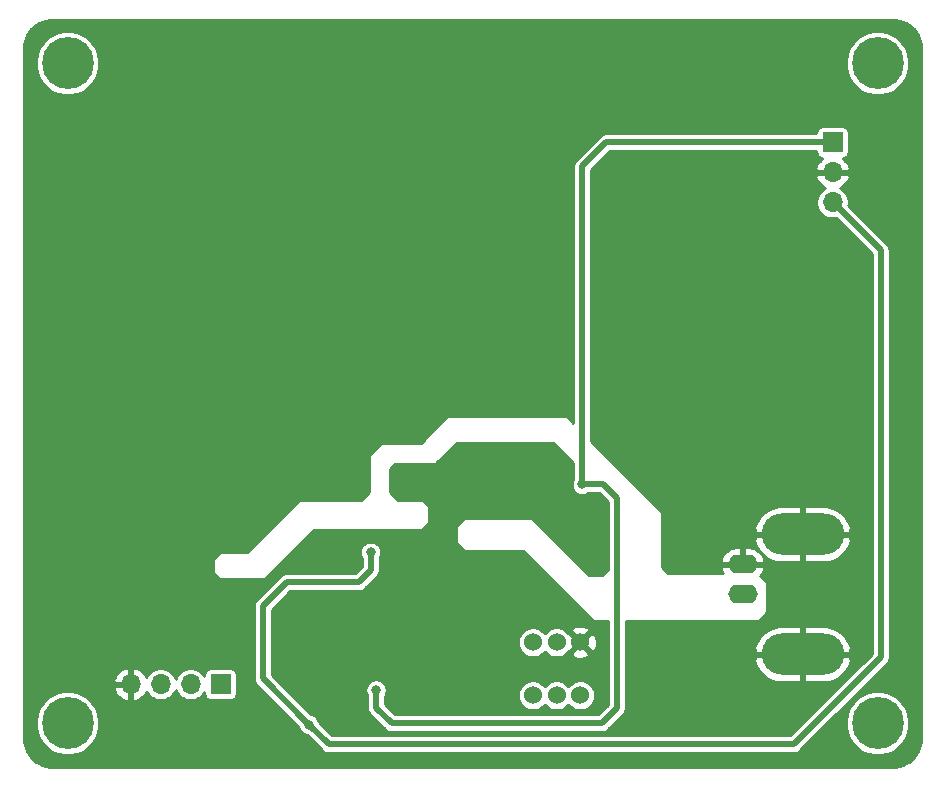
<source format=gbr>
%TF.GenerationSoftware,KiCad,Pcbnew,5.1.9*%
%TF.CreationDate,2021-03-27T23:39:32+08:00*%
%TF.ProjectId,ad-9833,61642d39-3833-4332-9e6b-696361645f70,rev?*%
%TF.SameCoordinates,Original*%
%TF.FileFunction,Copper,L2,Bot*%
%TF.FilePolarity,Positive*%
%FSLAX46Y46*%
G04 Gerber Fmt 4.6, Leading zero omitted, Abs format (unit mm)*
G04 Created by KiCad (PCBNEW 5.1.9) date 2021-03-27 23:39:32*
%MOMM*%
%LPD*%
G01*
G04 APERTURE LIST*
%TA.AperFunction,ComponentPad*%
%ADD10C,1.524000*%
%TD*%
%TA.AperFunction,ComponentPad*%
%ADD11C,0.700000*%
%TD*%
%TA.AperFunction,ComponentPad*%
%ADD12C,4.400000*%
%TD*%
%TA.AperFunction,ComponentPad*%
%ADD13O,1.700000X1.700000*%
%TD*%
%TA.AperFunction,ComponentPad*%
%ADD14R,1.700000X1.700000*%
%TD*%
%TA.AperFunction,ComponentPad*%
%ADD15O,2.500000X1.600000*%
%TD*%
%TA.AperFunction,ComponentPad*%
%ADD16O,7.000000X3.500000*%
%TD*%
%TA.AperFunction,ViaPad*%
%ADD17C,0.800000*%
%TD*%
%TA.AperFunction,Conductor*%
%ADD18C,0.508000*%
%TD*%
%TA.AperFunction,Conductor*%
%ADD19C,0.254000*%
%TD*%
%TA.AperFunction,Conductor*%
%ADD20C,0.100000*%
%TD*%
G04 APERTURE END LIST*
D10*
%TO.P,SW1,6*%
%TO.N,N/C*%
X123412000Y-108132000D03*
%TO.P,SW1,5*%
X121412000Y-108132000D03*
%TO.P,SW1,4*%
X119412000Y-108132000D03*
%TO.P,SW1,3*%
%TO.N,GND*%
X123412000Y-103632000D03*
%TO.P,SW1,2*%
%TO.N,Net-(R2-Pad2)*%
X121412000Y-103632000D03*
%TO.P,SW1,1*%
%TO.N,Net-(RV1-Pad2)*%
X119412000Y-103632000D03*
%TD*%
D11*
%TO.P,H4,1*%
%TO.N,N/C*%
X149756726Y-109323274D03*
X148590000Y-108840000D03*
X147423274Y-109323274D03*
X146940000Y-110490000D03*
X147423274Y-111656726D03*
X148590000Y-112140000D03*
X149756726Y-111656726D03*
X150240000Y-110490000D03*
D12*
X148590000Y-110490000D03*
%TD*%
D11*
%TO.P,H3,1*%
%TO.N,N/C*%
X81176726Y-109323274D03*
X80010000Y-108840000D03*
X78843274Y-109323274D03*
X78360000Y-110490000D03*
X78843274Y-111656726D03*
X80010000Y-112140000D03*
X81176726Y-111656726D03*
X81660000Y-110490000D03*
D12*
X80010000Y-110490000D03*
%TD*%
D11*
%TO.P,H2,1*%
%TO.N,N/C*%
X149756726Y-53443274D03*
X148590000Y-52960000D03*
X147423274Y-53443274D03*
X146940000Y-54610000D03*
X147423274Y-55776726D03*
X148590000Y-56260000D03*
X149756726Y-55776726D03*
X150240000Y-54610000D03*
D12*
X148590000Y-54610000D03*
%TD*%
D11*
%TO.P,H1,1*%
%TO.N,N/C*%
X81176726Y-53443274D03*
X80010000Y-52960000D03*
X78843274Y-53443274D03*
X78360000Y-54610000D03*
X78843274Y-55776726D03*
X80010000Y-56260000D03*
X81176726Y-55776726D03*
X81660000Y-54610000D03*
D12*
X80010000Y-54610000D03*
%TD*%
D13*
%TO.P,J2,4*%
%TO.N,GND*%
X85344000Y-107188000D03*
%TO.P,J2,3*%
%TO.N,/FSYNC*%
X87884000Y-107188000D03*
%TO.P,J2,2*%
%TO.N,/SDA*%
X90424000Y-107188000D03*
D14*
%TO.P,J2,1*%
%TO.N,/SCL*%
X92964000Y-107188000D03*
%TD*%
D15*
%TO.P,J3,2*%
%TO.N,GND*%
X137160000Y-97028000D03*
%TO.P,J3,1*%
%TO.N,Net-(J3-Pad1)*%
X137160000Y-99568000D03*
D16*
%TO.P,J3,2*%
%TO.N,GND*%
X142240000Y-104648000D03*
X142240000Y-94488000D03*
%TD*%
D13*
%TO.P,J1,3*%
%TO.N,-15V*%
X144780000Y-66388000D03*
%TO.P,J1,2*%
%TO.N,GND*%
X144780000Y-63848000D03*
D14*
%TO.P,J1,1*%
%TO.N,+15V*%
X144780000Y-61308000D03*
%TD*%
D17*
%TO.N,GND*%
X80010000Y-66802000D03*
X80010000Y-71882000D03*
X85090000Y-71882000D03*
X80010000Y-76962000D03*
X85090000Y-76962000D03*
X80010000Y-82042000D03*
X85090000Y-82042000D03*
X80010000Y-87122000D03*
X85090000Y-87122000D03*
X95504000Y-85598000D03*
X100584000Y-85598000D03*
X100584000Y-80518000D03*
X85090000Y-66802000D03*
X90170000Y-66802000D03*
X95250000Y-66802000D03*
X100330000Y-66802000D03*
X100584000Y-75438000D03*
X128778000Y-103632000D03*
X133858000Y-103632000D03*
X128778000Y-107696000D03*
X133858000Y-107696000D03*
X109728000Y-107696000D03*
X114808000Y-107696000D03*
X80010000Y-61722000D03*
X85090000Y-61722000D03*
X90170000Y-56642000D03*
X95250000Y-56642000D03*
X100330000Y-56642000D03*
X85090000Y-56642000D03*
X88392000Y-102108000D03*
X93472000Y-102108000D03*
X113030000Y-88646000D03*
X118110000Y-88646000D03*
X118110000Y-98552000D03*
X113030000Y-98552000D03*
X123952000Y-93980000D03*
X105664000Y-100076000D03*
X88392000Y-94488000D03*
X93472000Y-94488000D03*
X113284000Y-64262000D03*
X113284000Y-74422000D03*
X113284000Y-59182000D03*
X113284000Y-69342000D03*
X116586000Y-77724000D03*
X121666000Y-77724000D03*
X95504000Y-75438000D03*
X100584000Y-90678000D03*
X137922000Y-75184000D03*
X137922000Y-65024000D03*
X137922000Y-80264000D03*
X137922000Y-70104000D03*
X141732000Y-75184000D03*
X141732000Y-70104000D03*
X141732000Y-80264000D03*
X141732000Y-65024000D03*
X126746000Y-77724000D03*
X130048000Y-81026000D03*
X127254000Y-57404000D03*
X131826000Y-57404000D03*
%TO.N,+15V*%
X106140000Y-107664000D03*
X123597500Y-90270500D03*
%TO.N,-15V*%
X105664000Y-96012000D03*
X100450000Y-110610000D03*
%TD*%
D18*
%TO.N,+15V*%
X123597500Y-90270500D02*
X123597500Y-63346500D01*
X125636000Y-61308000D02*
X144780000Y-61308000D01*
X123597500Y-63346500D02*
X125636000Y-61308000D01*
X125322500Y-90270500D02*
X123597500Y-90270500D01*
X126492000Y-91440000D02*
X125322500Y-90270500D01*
X126492000Y-109220000D02*
X126492000Y-103632000D01*
X125222000Y-110490000D02*
X126492000Y-109220000D01*
X107442000Y-110490000D02*
X125222000Y-110490000D01*
X106140000Y-109188000D02*
X107442000Y-110490000D01*
X106140000Y-107664000D02*
X106140000Y-109188000D01*
X126492000Y-103632000D02*
X126492000Y-91440000D01*
%TO.N,-15V*%
X96520000Y-106680000D02*
X100450000Y-110610000D01*
X96520000Y-100584000D02*
X96520000Y-106680000D01*
X104648000Y-98552000D02*
X98552000Y-98552000D01*
X98552000Y-98552000D02*
X96520000Y-100584000D01*
X105664000Y-97536000D02*
X104648000Y-98552000D01*
X105664000Y-96012000D02*
X105664000Y-97536000D01*
X100450000Y-110610000D02*
X102108000Y-112268000D01*
X102108000Y-112268000D02*
X141478000Y-112268000D01*
X141478000Y-112268000D02*
X148844000Y-104902000D01*
X148844000Y-70452000D02*
X144780000Y-66388000D01*
X148844000Y-104902000D02*
X148844000Y-70452000D01*
%TD*%
D19*
%TO.N,GND*%
X150150821Y-50944823D02*
X150437412Y-50997343D01*
X150715586Y-51084026D01*
X150981267Y-51203599D01*
X151230610Y-51354332D01*
X151459955Y-51534012D01*
X151665988Y-51740045D01*
X151845668Y-51969390D01*
X151996401Y-52218733D01*
X152115974Y-52484414D01*
X152202657Y-52762588D01*
X152255177Y-53049179D01*
X152273000Y-53343832D01*
X152273000Y-111756168D01*
X152255177Y-112050821D01*
X152202657Y-112337412D01*
X152115974Y-112615586D01*
X151996401Y-112881267D01*
X151845668Y-113130610D01*
X151665988Y-113359955D01*
X151459955Y-113565988D01*
X151230610Y-113745668D01*
X150981267Y-113896401D01*
X150715586Y-114015974D01*
X150437412Y-114102657D01*
X150150821Y-114155177D01*
X149856168Y-114173000D01*
X78743832Y-114173000D01*
X78449179Y-114155177D01*
X78162588Y-114102657D01*
X77884414Y-114015974D01*
X77618733Y-113896401D01*
X77369390Y-113745668D01*
X77140045Y-113565988D01*
X76934012Y-113359955D01*
X76754332Y-113130610D01*
X76603599Y-112881267D01*
X76484026Y-112615586D01*
X76397343Y-112337412D01*
X76344823Y-112050821D01*
X76327000Y-111756168D01*
X76327000Y-110223285D01*
X77302000Y-110223285D01*
X77302000Y-110756715D01*
X77406067Y-111279895D01*
X77610201Y-111772719D01*
X77906559Y-112216249D01*
X78283751Y-112593441D01*
X78727281Y-112889799D01*
X79220105Y-113093933D01*
X79743285Y-113198000D01*
X80276715Y-113198000D01*
X80799895Y-113093933D01*
X81292719Y-112889799D01*
X81736249Y-112593441D01*
X82113441Y-112216249D01*
X82409799Y-111772719D01*
X82613933Y-111279895D01*
X82718000Y-110756715D01*
X82718000Y-110223285D01*
X82613933Y-109700105D01*
X82409799Y-109207281D01*
X82113441Y-108763751D01*
X81736249Y-108386559D01*
X81292719Y-108090201D01*
X80799895Y-107886067D01*
X80276715Y-107782000D01*
X79743285Y-107782000D01*
X79220105Y-107886067D01*
X78727281Y-108090201D01*
X78283751Y-108386559D01*
X77906559Y-108763751D01*
X77610201Y-109207281D01*
X77406067Y-109700105D01*
X77302000Y-110223285D01*
X76327000Y-110223285D01*
X76327000Y-107544891D01*
X83902519Y-107544891D01*
X83999843Y-107819252D01*
X84148822Y-108069355D01*
X84343731Y-108285588D01*
X84577080Y-108459641D01*
X84839901Y-108584825D01*
X84987110Y-108629476D01*
X85217000Y-108508155D01*
X85217000Y-107315000D01*
X84023186Y-107315000D01*
X83902519Y-107544891D01*
X76327000Y-107544891D01*
X76327000Y-106831109D01*
X83902519Y-106831109D01*
X84023186Y-107061000D01*
X85217000Y-107061000D01*
X85217000Y-105867845D01*
X85471000Y-105867845D01*
X85471000Y-107061000D01*
X85491000Y-107061000D01*
X85491000Y-107315000D01*
X85471000Y-107315000D01*
X85471000Y-108508155D01*
X85700890Y-108629476D01*
X85848099Y-108584825D01*
X86110920Y-108459641D01*
X86344269Y-108285588D01*
X86539178Y-108069355D01*
X86680795Y-107831611D01*
X86829172Y-108053675D01*
X87018325Y-108242828D01*
X87240746Y-108391444D01*
X87487886Y-108493813D01*
X87750249Y-108546000D01*
X88017751Y-108546000D01*
X88280114Y-108493813D01*
X88527254Y-108391444D01*
X88749675Y-108242828D01*
X88938828Y-108053675D01*
X89087444Y-107831254D01*
X89154000Y-107670574D01*
X89220556Y-107831254D01*
X89369172Y-108053675D01*
X89558325Y-108242828D01*
X89780746Y-108391444D01*
X90027886Y-108493813D01*
X90290249Y-108546000D01*
X90557751Y-108546000D01*
X90820114Y-108493813D01*
X91067254Y-108391444D01*
X91289675Y-108242828D01*
X91478828Y-108053675D01*
X91603543Y-107867025D01*
X91603543Y-108038000D01*
X91613351Y-108137585D01*
X91642399Y-108233343D01*
X91689571Y-108321595D01*
X91753052Y-108398948D01*
X91830405Y-108462429D01*
X91918657Y-108509601D01*
X92014415Y-108538649D01*
X92114000Y-108548457D01*
X93814000Y-108548457D01*
X93913585Y-108538649D01*
X94009343Y-108509601D01*
X94097595Y-108462429D01*
X94174948Y-108398948D01*
X94238429Y-108321595D01*
X94285601Y-108233343D01*
X94314649Y-108137585D01*
X94324457Y-108038000D01*
X94324457Y-106338000D01*
X94314649Y-106238415D01*
X94285601Y-106142657D01*
X94238429Y-106054405D01*
X94174948Y-105977052D01*
X94097595Y-105913571D01*
X94009343Y-105866399D01*
X93913585Y-105837351D01*
X93814000Y-105827543D01*
X92114000Y-105827543D01*
X92014415Y-105837351D01*
X91918657Y-105866399D01*
X91830405Y-105913571D01*
X91753052Y-105977052D01*
X91689571Y-106054405D01*
X91642399Y-106142657D01*
X91613351Y-106238415D01*
X91603543Y-106338000D01*
X91603543Y-106508975D01*
X91478828Y-106322325D01*
X91289675Y-106133172D01*
X91067254Y-105984556D01*
X90820114Y-105882187D01*
X90557751Y-105830000D01*
X90290249Y-105830000D01*
X90027886Y-105882187D01*
X89780746Y-105984556D01*
X89558325Y-106133172D01*
X89369172Y-106322325D01*
X89220556Y-106544746D01*
X89154000Y-106705426D01*
X89087444Y-106544746D01*
X88938828Y-106322325D01*
X88749675Y-106133172D01*
X88527254Y-105984556D01*
X88280114Y-105882187D01*
X88017751Y-105830000D01*
X87750249Y-105830000D01*
X87487886Y-105882187D01*
X87240746Y-105984556D01*
X87018325Y-106133172D01*
X86829172Y-106322325D01*
X86680795Y-106544389D01*
X86539178Y-106306645D01*
X86344269Y-106090412D01*
X86110920Y-105916359D01*
X85848099Y-105791175D01*
X85700890Y-105746524D01*
X85471000Y-105867845D01*
X85217000Y-105867845D01*
X84987110Y-105746524D01*
X84839901Y-105791175D01*
X84577080Y-105916359D01*
X84343731Y-106090412D01*
X84148822Y-106306645D01*
X83999843Y-106556748D01*
X83902519Y-106831109D01*
X76327000Y-106831109D01*
X76327000Y-100584000D01*
X95754314Y-100584000D01*
X95758000Y-100621423D01*
X95758001Y-106642567D01*
X95754314Y-106680000D01*
X95769027Y-106829378D01*
X95812599Y-106973015D01*
X95883355Y-107105392D01*
X95954721Y-107192351D01*
X95978579Y-107221422D01*
X96007649Y-107245279D01*
X99561914Y-110799545D01*
X99576894Y-110874854D01*
X99645341Y-111040099D01*
X99744711Y-111188816D01*
X99871184Y-111315289D01*
X100019901Y-111414659D01*
X100185146Y-111483106D01*
X100260456Y-111498086D01*
X101542721Y-112780352D01*
X101566578Y-112809422D01*
X101682608Y-112904645D01*
X101814985Y-112975402D01*
X101958622Y-113018974D01*
X102070574Y-113030000D01*
X102070576Y-113030000D01*
X102107999Y-113033686D01*
X102145422Y-113030000D01*
X141440577Y-113030000D01*
X141478000Y-113033686D01*
X141515423Y-113030000D01*
X141515426Y-113030000D01*
X141627378Y-113018974D01*
X141771015Y-112975402D01*
X141903392Y-112904645D01*
X142019422Y-112809422D01*
X142043284Y-112780346D01*
X144600345Y-110223285D01*
X145882000Y-110223285D01*
X145882000Y-110756715D01*
X145986067Y-111279895D01*
X146190201Y-111772719D01*
X146486559Y-112216249D01*
X146863751Y-112593441D01*
X147307281Y-112889799D01*
X147800105Y-113093933D01*
X148323285Y-113198000D01*
X148856715Y-113198000D01*
X149379895Y-113093933D01*
X149872719Y-112889799D01*
X150316249Y-112593441D01*
X150693441Y-112216249D01*
X150989799Y-111772719D01*
X151193933Y-111279895D01*
X151298000Y-110756715D01*
X151298000Y-110223285D01*
X151193933Y-109700105D01*
X150989799Y-109207281D01*
X150693441Y-108763751D01*
X150316249Y-108386559D01*
X149872719Y-108090201D01*
X149379895Y-107886067D01*
X148856715Y-107782000D01*
X148323285Y-107782000D01*
X147800105Y-107886067D01*
X147307281Y-108090201D01*
X146863751Y-108386559D01*
X146486559Y-108763751D01*
X146190201Y-109207281D01*
X145986067Y-109700105D01*
X145882000Y-110223285D01*
X144600345Y-110223285D01*
X149356353Y-105467278D01*
X149385422Y-105443422D01*
X149480645Y-105327392D01*
X149551402Y-105195015D01*
X149594974Y-105051378D01*
X149606000Y-104939426D01*
X149606000Y-104939424D01*
X149609686Y-104902001D01*
X149606000Y-104864578D01*
X149606000Y-70489423D01*
X149609686Y-70452000D01*
X149606000Y-70414574D01*
X149594974Y-70302622D01*
X149551402Y-70158985D01*
X149518465Y-70097364D01*
X149480645Y-70026607D01*
X149409279Y-69939648D01*
X149385422Y-69910578D01*
X149356352Y-69886721D01*
X146113674Y-66644044D01*
X146138000Y-66521751D01*
X146138000Y-66254249D01*
X146085813Y-65991886D01*
X145983444Y-65744746D01*
X145834828Y-65522325D01*
X145645675Y-65333172D01*
X145423611Y-65184795D01*
X145661355Y-65043178D01*
X145877588Y-64848269D01*
X146051641Y-64614920D01*
X146176825Y-64352099D01*
X146221476Y-64204890D01*
X146100155Y-63975000D01*
X144907000Y-63975000D01*
X144907000Y-63995000D01*
X144653000Y-63995000D01*
X144653000Y-63975000D01*
X143459845Y-63975000D01*
X143338524Y-64204890D01*
X143383175Y-64352099D01*
X143508359Y-64614920D01*
X143682412Y-64848269D01*
X143898645Y-65043178D01*
X144136389Y-65184795D01*
X143914325Y-65333172D01*
X143725172Y-65522325D01*
X143576556Y-65744746D01*
X143474187Y-65991886D01*
X143422000Y-66254249D01*
X143422000Y-66521751D01*
X143474187Y-66784114D01*
X143576556Y-67031254D01*
X143725172Y-67253675D01*
X143914325Y-67442828D01*
X144136746Y-67591444D01*
X144383886Y-67693813D01*
X144646249Y-67746000D01*
X144913751Y-67746000D01*
X145036044Y-67721674D01*
X148082001Y-70767632D01*
X148082000Y-104586369D01*
X141162370Y-111506000D01*
X102423631Y-111506000D01*
X101338086Y-110420456D01*
X101323106Y-110345146D01*
X101254659Y-110179901D01*
X101155289Y-110031184D01*
X101028816Y-109904711D01*
X100880099Y-109805341D01*
X100714854Y-109736894D01*
X100639545Y-109721914D01*
X97282000Y-106364370D01*
X97282000Y-103506916D01*
X118142000Y-103506916D01*
X118142000Y-103757084D01*
X118190805Y-104002445D01*
X118286541Y-104233571D01*
X118425527Y-104441578D01*
X118602422Y-104618473D01*
X118810429Y-104757459D01*
X119041555Y-104853195D01*
X119286916Y-104902000D01*
X119537084Y-104902000D01*
X119782445Y-104853195D01*
X120013571Y-104757459D01*
X120221578Y-104618473D01*
X120398473Y-104441578D01*
X120412000Y-104421333D01*
X120425527Y-104441578D01*
X120602422Y-104618473D01*
X120810429Y-104757459D01*
X121041555Y-104853195D01*
X121286916Y-104902000D01*
X121537084Y-104902000D01*
X121782445Y-104853195D01*
X122013571Y-104757459D01*
X122221578Y-104618473D01*
X122242486Y-104597565D01*
X122626040Y-104597565D01*
X122693020Y-104837656D01*
X122942048Y-104954756D01*
X123209135Y-105021023D01*
X123484017Y-105033910D01*
X123756133Y-104992922D01*
X124015023Y-104899636D01*
X124130980Y-104837656D01*
X124197960Y-104597565D01*
X123412000Y-103811605D01*
X122626040Y-104597565D01*
X122242486Y-104597565D01*
X122398473Y-104441578D01*
X122419310Y-104410393D01*
X122446435Y-104417960D01*
X123232395Y-103632000D01*
X123591605Y-103632000D01*
X124377565Y-104417960D01*
X124617656Y-104350980D01*
X124734756Y-104101952D01*
X124801023Y-103834865D01*
X124813910Y-103559983D01*
X124772922Y-103287867D01*
X124679636Y-103028977D01*
X124617656Y-102913020D01*
X124377565Y-102846040D01*
X123591605Y-103632000D01*
X123232395Y-103632000D01*
X122446435Y-102846040D01*
X122419310Y-102853607D01*
X122398473Y-102822422D01*
X122242486Y-102666435D01*
X122626040Y-102666435D01*
X123412000Y-103452395D01*
X124197960Y-102666435D01*
X124130980Y-102426344D01*
X123881952Y-102309244D01*
X123614865Y-102242977D01*
X123339983Y-102230090D01*
X123067867Y-102271078D01*
X122808977Y-102364364D01*
X122693020Y-102426344D01*
X122626040Y-102666435D01*
X122242486Y-102666435D01*
X122221578Y-102645527D01*
X122013571Y-102506541D01*
X121782445Y-102410805D01*
X121537084Y-102362000D01*
X121286916Y-102362000D01*
X121041555Y-102410805D01*
X120810429Y-102506541D01*
X120602422Y-102645527D01*
X120425527Y-102822422D01*
X120412000Y-102842667D01*
X120398473Y-102822422D01*
X120221578Y-102645527D01*
X120013571Y-102506541D01*
X119782445Y-102410805D01*
X119537084Y-102362000D01*
X119286916Y-102362000D01*
X119041555Y-102410805D01*
X118810429Y-102506541D01*
X118602422Y-102645527D01*
X118425527Y-102822422D01*
X118286541Y-103030429D01*
X118190805Y-103261555D01*
X118142000Y-103506916D01*
X97282000Y-103506916D01*
X97282000Y-100899630D01*
X98867631Y-99314000D01*
X104610577Y-99314000D01*
X104648000Y-99317686D01*
X104685423Y-99314000D01*
X104685426Y-99314000D01*
X104797378Y-99302974D01*
X104941015Y-99259402D01*
X105073392Y-99188645D01*
X105189422Y-99093422D01*
X105213284Y-99064346D01*
X106176351Y-98101279D01*
X106205422Y-98077422D01*
X106236421Y-98039649D01*
X106300645Y-97961393D01*
X106363072Y-97844599D01*
X106371402Y-97829015D01*
X106414974Y-97685378D01*
X106426000Y-97573426D01*
X106426000Y-97573423D01*
X106429686Y-97536000D01*
X106426000Y-97498577D01*
X106426000Y-96505942D01*
X106468659Y-96442099D01*
X106537106Y-96276854D01*
X106572000Y-96101430D01*
X106572000Y-95922570D01*
X106537106Y-95747146D01*
X106468659Y-95581901D01*
X106369289Y-95433184D01*
X106242816Y-95306711D01*
X106094099Y-95207341D01*
X105928854Y-95138894D01*
X105753430Y-95104000D01*
X105574570Y-95104000D01*
X105399146Y-95138894D01*
X105233901Y-95207341D01*
X105085184Y-95306711D01*
X104958711Y-95433184D01*
X104859341Y-95581901D01*
X104790894Y-95747146D01*
X104756000Y-95922570D01*
X104756000Y-96101430D01*
X104790894Y-96276854D01*
X104859341Y-96442099D01*
X104902000Y-96505943D01*
X104902001Y-97220368D01*
X104332370Y-97790000D01*
X98589423Y-97790000D01*
X98552000Y-97786314D01*
X98514577Y-97790000D01*
X98514574Y-97790000D01*
X98402622Y-97801026D01*
X98258985Y-97844598D01*
X98197364Y-97877535D01*
X98126607Y-97915355D01*
X98070510Y-97961393D01*
X98010578Y-98010578D01*
X97986721Y-98039648D01*
X96007654Y-100018716D01*
X95978578Y-100042578D01*
X95922983Y-100110322D01*
X95883355Y-100158608D01*
X95845535Y-100229365D01*
X95812598Y-100290986D01*
X95769026Y-100434623D01*
X95758000Y-100546574D01*
X95754314Y-100584000D01*
X76327000Y-100584000D01*
X76327000Y-96647000D01*
X92329000Y-96647000D01*
X92329000Y-97663000D01*
X92331440Y-97687776D01*
X92338667Y-97711601D01*
X92350403Y-97733557D01*
X92366197Y-97752803D01*
X92874197Y-98260803D01*
X92893443Y-98276597D01*
X92915399Y-98288333D01*
X92939224Y-98295560D01*
X92964000Y-98298000D01*
X96647000Y-98298000D01*
X96671776Y-98295560D01*
X96695601Y-98288333D01*
X96717557Y-98276597D01*
X96736803Y-98260803D01*
X100890606Y-94107000D01*
X109982000Y-94107000D01*
X110006776Y-94104560D01*
X110030601Y-94097333D01*
X110052557Y-94085597D01*
X110071803Y-94069803D01*
X110579803Y-93561803D01*
X110595597Y-93542557D01*
X110607333Y-93520601D01*
X110614560Y-93496776D01*
X110617000Y-93472000D01*
X110617000Y-92141703D01*
X110612752Y-92109133D01*
X110604040Y-92085811D01*
X110590944Y-92064637D01*
X110573970Y-92046424D01*
X110065970Y-91598721D01*
X110052557Y-91588403D01*
X110030601Y-91576667D01*
X110006776Y-91569440D01*
X109982000Y-91567000D01*
X108002606Y-91567000D01*
X107315000Y-90879394D01*
X107315000Y-88952606D01*
X107748606Y-88519000D01*
X111125000Y-88519000D01*
X111149776Y-88516560D01*
X111173601Y-88509333D01*
X111195557Y-88497597D01*
X111214803Y-88481803D01*
X112955606Y-86741000D01*
X121105394Y-86741000D01*
X122835500Y-88471106D01*
X122835500Y-89776558D01*
X122792841Y-89840401D01*
X122724394Y-90005646D01*
X122689500Y-90181070D01*
X122689500Y-90359930D01*
X122724394Y-90535354D01*
X122792841Y-90700599D01*
X122892211Y-90849316D01*
X123018684Y-90975789D01*
X123167401Y-91075159D01*
X123332646Y-91143606D01*
X123508070Y-91178500D01*
X123686930Y-91178500D01*
X123862354Y-91143606D01*
X124027599Y-91075159D01*
X124091442Y-91032500D01*
X125006870Y-91032500D01*
X125730000Y-91755631D01*
X125730000Y-97483394D01*
X125296394Y-97917000D01*
X124131606Y-97917000D01*
X119342803Y-93128197D01*
X119323557Y-93112403D01*
X119301601Y-93100667D01*
X119277776Y-93093440D01*
X119253000Y-93091000D01*
X113665000Y-93091000D01*
X113640224Y-93093440D01*
X113616399Y-93100667D01*
X113594443Y-93112403D01*
X113575197Y-93128197D01*
X112940197Y-93763197D01*
X112924403Y-93782443D01*
X112912667Y-93804399D01*
X112905440Y-93828224D01*
X112903000Y-93853000D01*
X112903000Y-95123000D01*
X112905440Y-95147776D01*
X112912667Y-95171601D01*
X112924403Y-95193557D01*
X112940197Y-95212803D01*
X113575197Y-95847803D01*
X113594443Y-95863597D01*
X113616399Y-95875333D01*
X113640224Y-95882560D01*
X113665000Y-95885000D01*
X118565394Y-95885000D01*
X124497197Y-101816803D01*
X124516443Y-101832597D01*
X124538399Y-101844333D01*
X124562224Y-101851560D01*
X124587000Y-101854000D01*
X125730000Y-101854000D01*
X125730000Y-103669425D01*
X125730001Y-103669435D01*
X125730000Y-108904369D01*
X124906370Y-109728000D01*
X107757631Y-109728000D01*
X106902000Y-108872370D01*
X106902000Y-108157942D01*
X106944659Y-108094099D01*
X106980771Y-108006916D01*
X118142000Y-108006916D01*
X118142000Y-108257084D01*
X118190805Y-108502445D01*
X118286541Y-108733571D01*
X118425527Y-108941578D01*
X118602422Y-109118473D01*
X118810429Y-109257459D01*
X119041555Y-109353195D01*
X119286916Y-109402000D01*
X119537084Y-109402000D01*
X119782445Y-109353195D01*
X120013571Y-109257459D01*
X120221578Y-109118473D01*
X120398473Y-108941578D01*
X120412000Y-108921333D01*
X120425527Y-108941578D01*
X120602422Y-109118473D01*
X120810429Y-109257459D01*
X121041555Y-109353195D01*
X121286916Y-109402000D01*
X121537084Y-109402000D01*
X121782445Y-109353195D01*
X122013571Y-109257459D01*
X122221578Y-109118473D01*
X122398473Y-108941578D01*
X122412000Y-108921333D01*
X122425527Y-108941578D01*
X122602422Y-109118473D01*
X122810429Y-109257459D01*
X123041555Y-109353195D01*
X123286916Y-109402000D01*
X123537084Y-109402000D01*
X123782445Y-109353195D01*
X124013571Y-109257459D01*
X124221578Y-109118473D01*
X124398473Y-108941578D01*
X124537459Y-108733571D01*
X124633195Y-108502445D01*
X124682000Y-108257084D01*
X124682000Y-108006916D01*
X124633195Y-107761555D01*
X124537459Y-107530429D01*
X124398473Y-107322422D01*
X124221578Y-107145527D01*
X124013571Y-107006541D01*
X123782445Y-106910805D01*
X123537084Y-106862000D01*
X123286916Y-106862000D01*
X123041555Y-106910805D01*
X122810429Y-107006541D01*
X122602422Y-107145527D01*
X122425527Y-107322422D01*
X122412000Y-107342667D01*
X122398473Y-107322422D01*
X122221578Y-107145527D01*
X122013571Y-107006541D01*
X121782445Y-106910805D01*
X121537084Y-106862000D01*
X121286916Y-106862000D01*
X121041555Y-106910805D01*
X120810429Y-107006541D01*
X120602422Y-107145527D01*
X120425527Y-107322422D01*
X120412000Y-107342667D01*
X120398473Y-107322422D01*
X120221578Y-107145527D01*
X120013571Y-107006541D01*
X119782445Y-106910805D01*
X119537084Y-106862000D01*
X119286916Y-106862000D01*
X119041555Y-106910805D01*
X118810429Y-107006541D01*
X118602422Y-107145527D01*
X118425527Y-107322422D01*
X118286541Y-107530429D01*
X118190805Y-107761555D01*
X118142000Y-108006916D01*
X106980771Y-108006916D01*
X107013106Y-107928854D01*
X107048000Y-107753430D01*
X107048000Y-107574570D01*
X107013106Y-107399146D01*
X106944659Y-107233901D01*
X106845289Y-107085184D01*
X106718816Y-106958711D01*
X106570099Y-106859341D01*
X106404854Y-106790894D01*
X106229430Y-106756000D01*
X106050570Y-106756000D01*
X105875146Y-106790894D01*
X105709901Y-106859341D01*
X105561184Y-106958711D01*
X105434711Y-107085184D01*
X105335341Y-107233901D01*
X105266894Y-107399146D01*
X105232000Y-107574570D01*
X105232000Y-107753430D01*
X105266894Y-107928854D01*
X105335341Y-108094099D01*
X105378000Y-108157943D01*
X105378001Y-109150567D01*
X105374314Y-109188000D01*
X105389027Y-109337378D01*
X105432599Y-109481015D01*
X105503355Y-109613392D01*
X105572792Y-109698000D01*
X105598579Y-109729422D01*
X105627649Y-109753279D01*
X106876721Y-111002352D01*
X106900578Y-111031422D01*
X107016608Y-111126645D01*
X107148985Y-111197402D01*
X107292622Y-111240974D01*
X107404574Y-111252000D01*
X107404576Y-111252000D01*
X107441999Y-111255686D01*
X107479422Y-111252000D01*
X125184577Y-111252000D01*
X125222000Y-111255686D01*
X125259423Y-111252000D01*
X125259426Y-111252000D01*
X125371378Y-111240974D01*
X125515015Y-111197402D01*
X125647392Y-111126645D01*
X125763422Y-111031422D01*
X125787284Y-111002346D01*
X127004353Y-109785278D01*
X127033422Y-109761422D01*
X127128645Y-109645392D01*
X127199402Y-109513015D01*
X127242974Y-109369378D01*
X127254000Y-109257426D01*
X127254000Y-109257424D01*
X127257686Y-109220001D01*
X127254000Y-109182578D01*
X127254000Y-105146003D01*
X138157573Y-105146003D01*
X138237947Y-105443368D01*
X138436388Y-105867439D01*
X138713748Y-106244648D01*
X139059369Y-106560498D01*
X139459968Y-106802852D01*
X139900150Y-106962396D01*
X140363000Y-107033000D01*
X142113000Y-107033000D01*
X142113000Y-104775000D01*
X142367000Y-104775000D01*
X142367000Y-107033000D01*
X144117000Y-107033000D01*
X144579850Y-106962396D01*
X145020032Y-106802852D01*
X145420631Y-106560498D01*
X145766252Y-106244648D01*
X146043612Y-105867439D01*
X146242053Y-105443368D01*
X146322427Y-105146003D01*
X146212625Y-104775000D01*
X142367000Y-104775000D01*
X142113000Y-104775000D01*
X138267375Y-104775000D01*
X138157573Y-105146003D01*
X127254000Y-105146003D01*
X127254000Y-104149997D01*
X138157573Y-104149997D01*
X138267375Y-104521000D01*
X142113000Y-104521000D01*
X142113000Y-102263000D01*
X142367000Y-102263000D01*
X142367000Y-104521000D01*
X146212625Y-104521000D01*
X146322427Y-104149997D01*
X146242053Y-103852632D01*
X146043612Y-103428561D01*
X145766252Y-103051352D01*
X145420631Y-102735502D01*
X145020032Y-102493148D01*
X144579850Y-102333604D01*
X144117000Y-102263000D01*
X142367000Y-102263000D01*
X142113000Y-102263000D01*
X140363000Y-102263000D01*
X139900150Y-102333604D01*
X139459968Y-102493148D01*
X139059369Y-102735502D01*
X138713748Y-103051352D01*
X138436388Y-103428561D01*
X138237947Y-103852632D01*
X138157573Y-104149997D01*
X127254000Y-104149997D01*
X127254000Y-101854000D01*
X138430000Y-101854000D01*
X138454776Y-101851560D01*
X138478601Y-101844333D01*
X138500557Y-101832597D01*
X138519803Y-101816803D01*
X139154803Y-101181803D01*
X139170597Y-101162557D01*
X139182333Y-101140601D01*
X139189560Y-101116776D01*
X139192000Y-101092000D01*
X139192000Y-98552000D01*
X139189560Y-98527224D01*
X139182333Y-98503399D01*
X139170597Y-98481443D01*
X139154803Y-98462197D01*
X138679659Y-97987053D01*
X138714500Y-97952895D01*
X138873715Y-97719646D01*
X138984367Y-97459818D01*
X139001904Y-97377039D01*
X138879915Y-97155000D01*
X137287000Y-97155000D01*
X137287000Y-97175000D01*
X137033000Y-97175000D01*
X137033000Y-97155000D01*
X135440085Y-97155000D01*
X135318096Y-97377039D01*
X135335633Y-97459818D01*
X135446285Y-97719646D01*
X135494308Y-97790000D01*
X130862606Y-97790000D01*
X130302000Y-97229394D01*
X130302000Y-96678961D01*
X135318096Y-96678961D01*
X135440085Y-96901000D01*
X137033000Y-96901000D01*
X137033000Y-95593000D01*
X137287000Y-95593000D01*
X137287000Y-96901000D01*
X138879915Y-96901000D01*
X139001904Y-96678961D01*
X138984367Y-96596182D01*
X138873715Y-96336354D01*
X138714500Y-96103105D01*
X138512839Y-95905399D01*
X138276483Y-95750834D01*
X138014514Y-95645350D01*
X137737000Y-95593000D01*
X137287000Y-95593000D01*
X137033000Y-95593000D01*
X136583000Y-95593000D01*
X136305486Y-95645350D01*
X136043517Y-95750834D01*
X135807161Y-95905399D01*
X135605500Y-96103105D01*
X135446285Y-96336354D01*
X135335633Y-96596182D01*
X135318096Y-96678961D01*
X130302000Y-96678961D01*
X130302000Y-94986003D01*
X138157573Y-94986003D01*
X138237947Y-95283368D01*
X138436388Y-95707439D01*
X138713748Y-96084648D01*
X139059369Y-96400498D01*
X139459968Y-96642852D01*
X139900150Y-96802396D01*
X140363000Y-96873000D01*
X142113000Y-96873000D01*
X142113000Y-94615000D01*
X142367000Y-94615000D01*
X142367000Y-96873000D01*
X144117000Y-96873000D01*
X144579850Y-96802396D01*
X145020032Y-96642852D01*
X145420631Y-96400498D01*
X145766252Y-96084648D01*
X146043612Y-95707439D01*
X146242053Y-95283368D01*
X146322427Y-94986003D01*
X146212625Y-94615000D01*
X142367000Y-94615000D01*
X142113000Y-94615000D01*
X138267375Y-94615000D01*
X138157573Y-94986003D01*
X130302000Y-94986003D01*
X130302000Y-93989997D01*
X138157573Y-93989997D01*
X138267375Y-94361000D01*
X142113000Y-94361000D01*
X142113000Y-92103000D01*
X142367000Y-92103000D01*
X142367000Y-94361000D01*
X146212625Y-94361000D01*
X146322427Y-93989997D01*
X146242053Y-93692632D01*
X146043612Y-93268561D01*
X145766252Y-92891352D01*
X145420631Y-92575502D01*
X145020032Y-92333148D01*
X144579850Y-92173604D01*
X144117000Y-92103000D01*
X142367000Y-92103000D01*
X142113000Y-92103000D01*
X140363000Y-92103000D01*
X139900150Y-92173604D01*
X139459968Y-92333148D01*
X139059369Y-92575502D01*
X138713748Y-92891352D01*
X138436388Y-93268561D01*
X138237947Y-93692632D01*
X138157573Y-93989997D01*
X130302000Y-93989997D01*
X130302000Y-92583000D01*
X130299560Y-92558224D01*
X130292333Y-92534399D01*
X130280597Y-92512443D01*
X130264803Y-92493197D01*
X124359500Y-86587894D01*
X124359500Y-63662130D01*
X125951631Y-62070000D01*
X143419543Y-62070000D01*
X143419543Y-62158000D01*
X143429351Y-62257585D01*
X143458399Y-62353343D01*
X143505571Y-62441595D01*
X143569052Y-62518948D01*
X143646405Y-62582429D01*
X143734657Y-62629601D01*
X143830415Y-62658649D01*
X143886097Y-62664133D01*
X143682412Y-62847731D01*
X143508359Y-63081080D01*
X143383175Y-63343901D01*
X143338524Y-63491110D01*
X143459845Y-63721000D01*
X144653000Y-63721000D01*
X144653000Y-63701000D01*
X144907000Y-63701000D01*
X144907000Y-63721000D01*
X146100155Y-63721000D01*
X146221476Y-63491110D01*
X146176825Y-63343901D01*
X146051641Y-63081080D01*
X145877588Y-62847731D01*
X145673903Y-62664133D01*
X145729585Y-62658649D01*
X145825343Y-62629601D01*
X145913595Y-62582429D01*
X145990948Y-62518948D01*
X146054429Y-62441595D01*
X146101601Y-62353343D01*
X146130649Y-62257585D01*
X146140457Y-62158000D01*
X146140457Y-60458000D01*
X146130649Y-60358415D01*
X146101601Y-60262657D01*
X146054429Y-60174405D01*
X145990948Y-60097052D01*
X145913595Y-60033571D01*
X145825343Y-59986399D01*
X145729585Y-59957351D01*
X145630000Y-59947543D01*
X143930000Y-59947543D01*
X143830415Y-59957351D01*
X143734657Y-59986399D01*
X143646405Y-60033571D01*
X143569052Y-60097052D01*
X143505571Y-60174405D01*
X143458399Y-60262657D01*
X143429351Y-60358415D01*
X143419543Y-60458000D01*
X143419543Y-60546000D01*
X125673422Y-60546000D01*
X125635999Y-60542314D01*
X125598576Y-60546000D01*
X125598574Y-60546000D01*
X125486622Y-60557026D01*
X125342985Y-60600598D01*
X125210608Y-60671355D01*
X125094578Y-60766578D01*
X125070721Y-60795648D01*
X123085149Y-62781221D01*
X123056079Y-62805078D01*
X123032222Y-62834148D01*
X123032221Y-62834149D01*
X122960855Y-62921108D01*
X122890099Y-63053485D01*
X122846527Y-63197122D01*
X122831814Y-63346500D01*
X122835501Y-63383933D01*
X122835500Y-85063894D01*
X122263803Y-84492197D01*
X122244557Y-84476403D01*
X122222601Y-84464667D01*
X122198776Y-84457440D01*
X122174000Y-84455000D01*
X112268000Y-84455000D01*
X112243224Y-84457440D01*
X112219399Y-84464667D01*
X112197443Y-84476403D01*
X112178197Y-84492197D01*
X109929394Y-86741000D01*
X106680000Y-86741000D01*
X106655224Y-86743440D01*
X106631399Y-86750667D01*
X106609443Y-86762403D01*
X106590197Y-86778197D01*
X105574197Y-87794197D01*
X105558403Y-87813443D01*
X105546667Y-87835399D01*
X105539440Y-87859224D01*
X105537000Y-87884000D01*
X105537000Y-90879394D01*
X104849394Y-91567000D01*
X99695000Y-91567000D01*
X99670224Y-91569440D01*
X99646399Y-91576667D01*
X99624443Y-91588403D01*
X99605197Y-91604197D01*
X95197394Y-96012000D01*
X92964000Y-96012000D01*
X92939224Y-96014440D01*
X92915399Y-96021667D01*
X92893443Y-96033403D01*
X92874197Y-96049197D01*
X92366197Y-96557197D01*
X92350403Y-96576443D01*
X92338667Y-96598399D01*
X92331440Y-96622224D01*
X92329000Y-96647000D01*
X76327000Y-96647000D01*
X76327000Y-54343285D01*
X77302000Y-54343285D01*
X77302000Y-54876715D01*
X77406067Y-55399895D01*
X77610201Y-55892719D01*
X77906559Y-56336249D01*
X78283751Y-56713441D01*
X78727281Y-57009799D01*
X79220105Y-57213933D01*
X79743285Y-57318000D01*
X80276715Y-57318000D01*
X80799895Y-57213933D01*
X81292719Y-57009799D01*
X81736249Y-56713441D01*
X82113441Y-56336249D01*
X82409799Y-55892719D01*
X82613933Y-55399895D01*
X82718000Y-54876715D01*
X82718000Y-54343285D01*
X145882000Y-54343285D01*
X145882000Y-54876715D01*
X145986067Y-55399895D01*
X146190201Y-55892719D01*
X146486559Y-56336249D01*
X146863751Y-56713441D01*
X147307281Y-57009799D01*
X147800105Y-57213933D01*
X148323285Y-57318000D01*
X148856715Y-57318000D01*
X149379895Y-57213933D01*
X149872719Y-57009799D01*
X150316249Y-56713441D01*
X150693441Y-56336249D01*
X150989799Y-55892719D01*
X151193933Y-55399895D01*
X151298000Y-54876715D01*
X151298000Y-54343285D01*
X151193933Y-53820105D01*
X150989799Y-53327281D01*
X150693441Y-52883751D01*
X150316249Y-52506559D01*
X149872719Y-52210201D01*
X149379895Y-52006067D01*
X148856715Y-51902000D01*
X148323285Y-51902000D01*
X147800105Y-52006067D01*
X147307281Y-52210201D01*
X146863751Y-52506559D01*
X146486559Y-52883751D01*
X146190201Y-53327281D01*
X145986067Y-53820105D01*
X145882000Y-54343285D01*
X82718000Y-54343285D01*
X82613933Y-53820105D01*
X82409799Y-53327281D01*
X82113441Y-52883751D01*
X81736249Y-52506559D01*
X81292719Y-52210201D01*
X80799895Y-52006067D01*
X80276715Y-51902000D01*
X79743285Y-51902000D01*
X79220105Y-52006067D01*
X78727281Y-52210201D01*
X78283751Y-52506559D01*
X77906559Y-52883751D01*
X77610201Y-53327281D01*
X77406067Y-53820105D01*
X77302000Y-54343285D01*
X76327000Y-54343285D01*
X76327000Y-53343832D01*
X76344823Y-53049179D01*
X76397343Y-52762588D01*
X76484026Y-52484414D01*
X76603599Y-52218733D01*
X76754332Y-51969390D01*
X76934012Y-51740045D01*
X77140045Y-51534012D01*
X77369390Y-51354332D01*
X77618733Y-51203599D01*
X77884414Y-51084026D01*
X78162588Y-50997343D01*
X78449179Y-50944823D01*
X78743832Y-50927000D01*
X149856168Y-50927000D01*
X150150821Y-50944823D01*
%TA.AperFunction,Conductor*%
D20*
G36*
X150150821Y-50944823D02*
G01*
X150437412Y-50997343D01*
X150715586Y-51084026D01*
X150981267Y-51203599D01*
X151230610Y-51354332D01*
X151459955Y-51534012D01*
X151665988Y-51740045D01*
X151845668Y-51969390D01*
X151996401Y-52218733D01*
X152115974Y-52484414D01*
X152202657Y-52762588D01*
X152255177Y-53049179D01*
X152273000Y-53343832D01*
X152273000Y-111756168D01*
X152255177Y-112050821D01*
X152202657Y-112337412D01*
X152115974Y-112615586D01*
X151996401Y-112881267D01*
X151845668Y-113130610D01*
X151665988Y-113359955D01*
X151459955Y-113565988D01*
X151230610Y-113745668D01*
X150981267Y-113896401D01*
X150715586Y-114015974D01*
X150437412Y-114102657D01*
X150150821Y-114155177D01*
X149856168Y-114173000D01*
X78743832Y-114173000D01*
X78449179Y-114155177D01*
X78162588Y-114102657D01*
X77884414Y-114015974D01*
X77618733Y-113896401D01*
X77369390Y-113745668D01*
X77140045Y-113565988D01*
X76934012Y-113359955D01*
X76754332Y-113130610D01*
X76603599Y-112881267D01*
X76484026Y-112615586D01*
X76397343Y-112337412D01*
X76344823Y-112050821D01*
X76327000Y-111756168D01*
X76327000Y-110223285D01*
X77302000Y-110223285D01*
X77302000Y-110756715D01*
X77406067Y-111279895D01*
X77610201Y-111772719D01*
X77906559Y-112216249D01*
X78283751Y-112593441D01*
X78727281Y-112889799D01*
X79220105Y-113093933D01*
X79743285Y-113198000D01*
X80276715Y-113198000D01*
X80799895Y-113093933D01*
X81292719Y-112889799D01*
X81736249Y-112593441D01*
X82113441Y-112216249D01*
X82409799Y-111772719D01*
X82613933Y-111279895D01*
X82718000Y-110756715D01*
X82718000Y-110223285D01*
X82613933Y-109700105D01*
X82409799Y-109207281D01*
X82113441Y-108763751D01*
X81736249Y-108386559D01*
X81292719Y-108090201D01*
X80799895Y-107886067D01*
X80276715Y-107782000D01*
X79743285Y-107782000D01*
X79220105Y-107886067D01*
X78727281Y-108090201D01*
X78283751Y-108386559D01*
X77906559Y-108763751D01*
X77610201Y-109207281D01*
X77406067Y-109700105D01*
X77302000Y-110223285D01*
X76327000Y-110223285D01*
X76327000Y-107544891D01*
X83902519Y-107544891D01*
X83999843Y-107819252D01*
X84148822Y-108069355D01*
X84343731Y-108285588D01*
X84577080Y-108459641D01*
X84839901Y-108584825D01*
X84987110Y-108629476D01*
X85217000Y-108508155D01*
X85217000Y-107315000D01*
X84023186Y-107315000D01*
X83902519Y-107544891D01*
X76327000Y-107544891D01*
X76327000Y-106831109D01*
X83902519Y-106831109D01*
X84023186Y-107061000D01*
X85217000Y-107061000D01*
X85217000Y-105867845D01*
X85471000Y-105867845D01*
X85471000Y-107061000D01*
X85491000Y-107061000D01*
X85491000Y-107315000D01*
X85471000Y-107315000D01*
X85471000Y-108508155D01*
X85700890Y-108629476D01*
X85848099Y-108584825D01*
X86110920Y-108459641D01*
X86344269Y-108285588D01*
X86539178Y-108069355D01*
X86680795Y-107831611D01*
X86829172Y-108053675D01*
X87018325Y-108242828D01*
X87240746Y-108391444D01*
X87487886Y-108493813D01*
X87750249Y-108546000D01*
X88017751Y-108546000D01*
X88280114Y-108493813D01*
X88527254Y-108391444D01*
X88749675Y-108242828D01*
X88938828Y-108053675D01*
X89087444Y-107831254D01*
X89154000Y-107670574D01*
X89220556Y-107831254D01*
X89369172Y-108053675D01*
X89558325Y-108242828D01*
X89780746Y-108391444D01*
X90027886Y-108493813D01*
X90290249Y-108546000D01*
X90557751Y-108546000D01*
X90820114Y-108493813D01*
X91067254Y-108391444D01*
X91289675Y-108242828D01*
X91478828Y-108053675D01*
X91603543Y-107867025D01*
X91603543Y-108038000D01*
X91613351Y-108137585D01*
X91642399Y-108233343D01*
X91689571Y-108321595D01*
X91753052Y-108398948D01*
X91830405Y-108462429D01*
X91918657Y-108509601D01*
X92014415Y-108538649D01*
X92114000Y-108548457D01*
X93814000Y-108548457D01*
X93913585Y-108538649D01*
X94009343Y-108509601D01*
X94097595Y-108462429D01*
X94174948Y-108398948D01*
X94238429Y-108321595D01*
X94285601Y-108233343D01*
X94314649Y-108137585D01*
X94324457Y-108038000D01*
X94324457Y-106338000D01*
X94314649Y-106238415D01*
X94285601Y-106142657D01*
X94238429Y-106054405D01*
X94174948Y-105977052D01*
X94097595Y-105913571D01*
X94009343Y-105866399D01*
X93913585Y-105837351D01*
X93814000Y-105827543D01*
X92114000Y-105827543D01*
X92014415Y-105837351D01*
X91918657Y-105866399D01*
X91830405Y-105913571D01*
X91753052Y-105977052D01*
X91689571Y-106054405D01*
X91642399Y-106142657D01*
X91613351Y-106238415D01*
X91603543Y-106338000D01*
X91603543Y-106508975D01*
X91478828Y-106322325D01*
X91289675Y-106133172D01*
X91067254Y-105984556D01*
X90820114Y-105882187D01*
X90557751Y-105830000D01*
X90290249Y-105830000D01*
X90027886Y-105882187D01*
X89780746Y-105984556D01*
X89558325Y-106133172D01*
X89369172Y-106322325D01*
X89220556Y-106544746D01*
X89154000Y-106705426D01*
X89087444Y-106544746D01*
X88938828Y-106322325D01*
X88749675Y-106133172D01*
X88527254Y-105984556D01*
X88280114Y-105882187D01*
X88017751Y-105830000D01*
X87750249Y-105830000D01*
X87487886Y-105882187D01*
X87240746Y-105984556D01*
X87018325Y-106133172D01*
X86829172Y-106322325D01*
X86680795Y-106544389D01*
X86539178Y-106306645D01*
X86344269Y-106090412D01*
X86110920Y-105916359D01*
X85848099Y-105791175D01*
X85700890Y-105746524D01*
X85471000Y-105867845D01*
X85217000Y-105867845D01*
X84987110Y-105746524D01*
X84839901Y-105791175D01*
X84577080Y-105916359D01*
X84343731Y-106090412D01*
X84148822Y-106306645D01*
X83999843Y-106556748D01*
X83902519Y-106831109D01*
X76327000Y-106831109D01*
X76327000Y-100584000D01*
X95754314Y-100584000D01*
X95758000Y-100621423D01*
X95758001Y-106642567D01*
X95754314Y-106680000D01*
X95769027Y-106829378D01*
X95812599Y-106973015D01*
X95883355Y-107105392D01*
X95954721Y-107192351D01*
X95978579Y-107221422D01*
X96007649Y-107245279D01*
X99561914Y-110799545D01*
X99576894Y-110874854D01*
X99645341Y-111040099D01*
X99744711Y-111188816D01*
X99871184Y-111315289D01*
X100019901Y-111414659D01*
X100185146Y-111483106D01*
X100260456Y-111498086D01*
X101542721Y-112780352D01*
X101566578Y-112809422D01*
X101682608Y-112904645D01*
X101814985Y-112975402D01*
X101958622Y-113018974D01*
X102070574Y-113030000D01*
X102070576Y-113030000D01*
X102107999Y-113033686D01*
X102145422Y-113030000D01*
X141440577Y-113030000D01*
X141478000Y-113033686D01*
X141515423Y-113030000D01*
X141515426Y-113030000D01*
X141627378Y-113018974D01*
X141771015Y-112975402D01*
X141903392Y-112904645D01*
X142019422Y-112809422D01*
X142043284Y-112780346D01*
X144600345Y-110223285D01*
X145882000Y-110223285D01*
X145882000Y-110756715D01*
X145986067Y-111279895D01*
X146190201Y-111772719D01*
X146486559Y-112216249D01*
X146863751Y-112593441D01*
X147307281Y-112889799D01*
X147800105Y-113093933D01*
X148323285Y-113198000D01*
X148856715Y-113198000D01*
X149379895Y-113093933D01*
X149872719Y-112889799D01*
X150316249Y-112593441D01*
X150693441Y-112216249D01*
X150989799Y-111772719D01*
X151193933Y-111279895D01*
X151298000Y-110756715D01*
X151298000Y-110223285D01*
X151193933Y-109700105D01*
X150989799Y-109207281D01*
X150693441Y-108763751D01*
X150316249Y-108386559D01*
X149872719Y-108090201D01*
X149379895Y-107886067D01*
X148856715Y-107782000D01*
X148323285Y-107782000D01*
X147800105Y-107886067D01*
X147307281Y-108090201D01*
X146863751Y-108386559D01*
X146486559Y-108763751D01*
X146190201Y-109207281D01*
X145986067Y-109700105D01*
X145882000Y-110223285D01*
X144600345Y-110223285D01*
X149356353Y-105467278D01*
X149385422Y-105443422D01*
X149480645Y-105327392D01*
X149551402Y-105195015D01*
X149594974Y-105051378D01*
X149606000Y-104939426D01*
X149606000Y-104939424D01*
X149609686Y-104902001D01*
X149606000Y-104864578D01*
X149606000Y-70489423D01*
X149609686Y-70452000D01*
X149606000Y-70414574D01*
X149594974Y-70302622D01*
X149551402Y-70158985D01*
X149518465Y-70097364D01*
X149480645Y-70026607D01*
X149409279Y-69939648D01*
X149385422Y-69910578D01*
X149356352Y-69886721D01*
X146113674Y-66644044D01*
X146138000Y-66521751D01*
X146138000Y-66254249D01*
X146085813Y-65991886D01*
X145983444Y-65744746D01*
X145834828Y-65522325D01*
X145645675Y-65333172D01*
X145423611Y-65184795D01*
X145661355Y-65043178D01*
X145877588Y-64848269D01*
X146051641Y-64614920D01*
X146176825Y-64352099D01*
X146221476Y-64204890D01*
X146100155Y-63975000D01*
X144907000Y-63975000D01*
X144907000Y-63995000D01*
X144653000Y-63995000D01*
X144653000Y-63975000D01*
X143459845Y-63975000D01*
X143338524Y-64204890D01*
X143383175Y-64352099D01*
X143508359Y-64614920D01*
X143682412Y-64848269D01*
X143898645Y-65043178D01*
X144136389Y-65184795D01*
X143914325Y-65333172D01*
X143725172Y-65522325D01*
X143576556Y-65744746D01*
X143474187Y-65991886D01*
X143422000Y-66254249D01*
X143422000Y-66521751D01*
X143474187Y-66784114D01*
X143576556Y-67031254D01*
X143725172Y-67253675D01*
X143914325Y-67442828D01*
X144136746Y-67591444D01*
X144383886Y-67693813D01*
X144646249Y-67746000D01*
X144913751Y-67746000D01*
X145036044Y-67721674D01*
X148082001Y-70767632D01*
X148082000Y-104586369D01*
X141162370Y-111506000D01*
X102423631Y-111506000D01*
X101338086Y-110420456D01*
X101323106Y-110345146D01*
X101254659Y-110179901D01*
X101155289Y-110031184D01*
X101028816Y-109904711D01*
X100880099Y-109805341D01*
X100714854Y-109736894D01*
X100639545Y-109721914D01*
X97282000Y-106364370D01*
X97282000Y-103506916D01*
X118142000Y-103506916D01*
X118142000Y-103757084D01*
X118190805Y-104002445D01*
X118286541Y-104233571D01*
X118425527Y-104441578D01*
X118602422Y-104618473D01*
X118810429Y-104757459D01*
X119041555Y-104853195D01*
X119286916Y-104902000D01*
X119537084Y-104902000D01*
X119782445Y-104853195D01*
X120013571Y-104757459D01*
X120221578Y-104618473D01*
X120398473Y-104441578D01*
X120412000Y-104421333D01*
X120425527Y-104441578D01*
X120602422Y-104618473D01*
X120810429Y-104757459D01*
X121041555Y-104853195D01*
X121286916Y-104902000D01*
X121537084Y-104902000D01*
X121782445Y-104853195D01*
X122013571Y-104757459D01*
X122221578Y-104618473D01*
X122242486Y-104597565D01*
X122626040Y-104597565D01*
X122693020Y-104837656D01*
X122942048Y-104954756D01*
X123209135Y-105021023D01*
X123484017Y-105033910D01*
X123756133Y-104992922D01*
X124015023Y-104899636D01*
X124130980Y-104837656D01*
X124197960Y-104597565D01*
X123412000Y-103811605D01*
X122626040Y-104597565D01*
X122242486Y-104597565D01*
X122398473Y-104441578D01*
X122419310Y-104410393D01*
X122446435Y-104417960D01*
X123232395Y-103632000D01*
X123591605Y-103632000D01*
X124377565Y-104417960D01*
X124617656Y-104350980D01*
X124734756Y-104101952D01*
X124801023Y-103834865D01*
X124813910Y-103559983D01*
X124772922Y-103287867D01*
X124679636Y-103028977D01*
X124617656Y-102913020D01*
X124377565Y-102846040D01*
X123591605Y-103632000D01*
X123232395Y-103632000D01*
X122446435Y-102846040D01*
X122419310Y-102853607D01*
X122398473Y-102822422D01*
X122242486Y-102666435D01*
X122626040Y-102666435D01*
X123412000Y-103452395D01*
X124197960Y-102666435D01*
X124130980Y-102426344D01*
X123881952Y-102309244D01*
X123614865Y-102242977D01*
X123339983Y-102230090D01*
X123067867Y-102271078D01*
X122808977Y-102364364D01*
X122693020Y-102426344D01*
X122626040Y-102666435D01*
X122242486Y-102666435D01*
X122221578Y-102645527D01*
X122013571Y-102506541D01*
X121782445Y-102410805D01*
X121537084Y-102362000D01*
X121286916Y-102362000D01*
X121041555Y-102410805D01*
X120810429Y-102506541D01*
X120602422Y-102645527D01*
X120425527Y-102822422D01*
X120412000Y-102842667D01*
X120398473Y-102822422D01*
X120221578Y-102645527D01*
X120013571Y-102506541D01*
X119782445Y-102410805D01*
X119537084Y-102362000D01*
X119286916Y-102362000D01*
X119041555Y-102410805D01*
X118810429Y-102506541D01*
X118602422Y-102645527D01*
X118425527Y-102822422D01*
X118286541Y-103030429D01*
X118190805Y-103261555D01*
X118142000Y-103506916D01*
X97282000Y-103506916D01*
X97282000Y-100899630D01*
X98867631Y-99314000D01*
X104610577Y-99314000D01*
X104648000Y-99317686D01*
X104685423Y-99314000D01*
X104685426Y-99314000D01*
X104797378Y-99302974D01*
X104941015Y-99259402D01*
X105073392Y-99188645D01*
X105189422Y-99093422D01*
X105213284Y-99064346D01*
X106176351Y-98101279D01*
X106205422Y-98077422D01*
X106236421Y-98039649D01*
X106300645Y-97961393D01*
X106363072Y-97844599D01*
X106371402Y-97829015D01*
X106414974Y-97685378D01*
X106426000Y-97573426D01*
X106426000Y-97573423D01*
X106429686Y-97536000D01*
X106426000Y-97498577D01*
X106426000Y-96505942D01*
X106468659Y-96442099D01*
X106537106Y-96276854D01*
X106572000Y-96101430D01*
X106572000Y-95922570D01*
X106537106Y-95747146D01*
X106468659Y-95581901D01*
X106369289Y-95433184D01*
X106242816Y-95306711D01*
X106094099Y-95207341D01*
X105928854Y-95138894D01*
X105753430Y-95104000D01*
X105574570Y-95104000D01*
X105399146Y-95138894D01*
X105233901Y-95207341D01*
X105085184Y-95306711D01*
X104958711Y-95433184D01*
X104859341Y-95581901D01*
X104790894Y-95747146D01*
X104756000Y-95922570D01*
X104756000Y-96101430D01*
X104790894Y-96276854D01*
X104859341Y-96442099D01*
X104902000Y-96505943D01*
X104902001Y-97220368D01*
X104332370Y-97790000D01*
X98589423Y-97790000D01*
X98552000Y-97786314D01*
X98514577Y-97790000D01*
X98514574Y-97790000D01*
X98402622Y-97801026D01*
X98258985Y-97844598D01*
X98197364Y-97877535D01*
X98126607Y-97915355D01*
X98070510Y-97961393D01*
X98010578Y-98010578D01*
X97986721Y-98039648D01*
X96007654Y-100018716D01*
X95978578Y-100042578D01*
X95922983Y-100110322D01*
X95883355Y-100158608D01*
X95845535Y-100229365D01*
X95812598Y-100290986D01*
X95769026Y-100434623D01*
X95758000Y-100546574D01*
X95754314Y-100584000D01*
X76327000Y-100584000D01*
X76327000Y-96647000D01*
X92329000Y-96647000D01*
X92329000Y-97663000D01*
X92331440Y-97687776D01*
X92338667Y-97711601D01*
X92350403Y-97733557D01*
X92366197Y-97752803D01*
X92874197Y-98260803D01*
X92893443Y-98276597D01*
X92915399Y-98288333D01*
X92939224Y-98295560D01*
X92964000Y-98298000D01*
X96647000Y-98298000D01*
X96671776Y-98295560D01*
X96695601Y-98288333D01*
X96717557Y-98276597D01*
X96736803Y-98260803D01*
X100890606Y-94107000D01*
X109982000Y-94107000D01*
X110006776Y-94104560D01*
X110030601Y-94097333D01*
X110052557Y-94085597D01*
X110071803Y-94069803D01*
X110579803Y-93561803D01*
X110595597Y-93542557D01*
X110607333Y-93520601D01*
X110614560Y-93496776D01*
X110617000Y-93472000D01*
X110617000Y-92141703D01*
X110612752Y-92109133D01*
X110604040Y-92085811D01*
X110590944Y-92064637D01*
X110573970Y-92046424D01*
X110065970Y-91598721D01*
X110052557Y-91588403D01*
X110030601Y-91576667D01*
X110006776Y-91569440D01*
X109982000Y-91567000D01*
X108002606Y-91567000D01*
X107315000Y-90879394D01*
X107315000Y-88952606D01*
X107748606Y-88519000D01*
X111125000Y-88519000D01*
X111149776Y-88516560D01*
X111173601Y-88509333D01*
X111195557Y-88497597D01*
X111214803Y-88481803D01*
X112955606Y-86741000D01*
X121105394Y-86741000D01*
X122835500Y-88471106D01*
X122835500Y-89776558D01*
X122792841Y-89840401D01*
X122724394Y-90005646D01*
X122689500Y-90181070D01*
X122689500Y-90359930D01*
X122724394Y-90535354D01*
X122792841Y-90700599D01*
X122892211Y-90849316D01*
X123018684Y-90975789D01*
X123167401Y-91075159D01*
X123332646Y-91143606D01*
X123508070Y-91178500D01*
X123686930Y-91178500D01*
X123862354Y-91143606D01*
X124027599Y-91075159D01*
X124091442Y-91032500D01*
X125006870Y-91032500D01*
X125730000Y-91755631D01*
X125730000Y-97483394D01*
X125296394Y-97917000D01*
X124131606Y-97917000D01*
X119342803Y-93128197D01*
X119323557Y-93112403D01*
X119301601Y-93100667D01*
X119277776Y-93093440D01*
X119253000Y-93091000D01*
X113665000Y-93091000D01*
X113640224Y-93093440D01*
X113616399Y-93100667D01*
X113594443Y-93112403D01*
X113575197Y-93128197D01*
X112940197Y-93763197D01*
X112924403Y-93782443D01*
X112912667Y-93804399D01*
X112905440Y-93828224D01*
X112903000Y-93853000D01*
X112903000Y-95123000D01*
X112905440Y-95147776D01*
X112912667Y-95171601D01*
X112924403Y-95193557D01*
X112940197Y-95212803D01*
X113575197Y-95847803D01*
X113594443Y-95863597D01*
X113616399Y-95875333D01*
X113640224Y-95882560D01*
X113665000Y-95885000D01*
X118565394Y-95885000D01*
X124497197Y-101816803D01*
X124516443Y-101832597D01*
X124538399Y-101844333D01*
X124562224Y-101851560D01*
X124587000Y-101854000D01*
X125730000Y-101854000D01*
X125730000Y-103669425D01*
X125730001Y-103669435D01*
X125730000Y-108904369D01*
X124906370Y-109728000D01*
X107757631Y-109728000D01*
X106902000Y-108872370D01*
X106902000Y-108157942D01*
X106944659Y-108094099D01*
X106980771Y-108006916D01*
X118142000Y-108006916D01*
X118142000Y-108257084D01*
X118190805Y-108502445D01*
X118286541Y-108733571D01*
X118425527Y-108941578D01*
X118602422Y-109118473D01*
X118810429Y-109257459D01*
X119041555Y-109353195D01*
X119286916Y-109402000D01*
X119537084Y-109402000D01*
X119782445Y-109353195D01*
X120013571Y-109257459D01*
X120221578Y-109118473D01*
X120398473Y-108941578D01*
X120412000Y-108921333D01*
X120425527Y-108941578D01*
X120602422Y-109118473D01*
X120810429Y-109257459D01*
X121041555Y-109353195D01*
X121286916Y-109402000D01*
X121537084Y-109402000D01*
X121782445Y-109353195D01*
X122013571Y-109257459D01*
X122221578Y-109118473D01*
X122398473Y-108941578D01*
X122412000Y-108921333D01*
X122425527Y-108941578D01*
X122602422Y-109118473D01*
X122810429Y-109257459D01*
X123041555Y-109353195D01*
X123286916Y-109402000D01*
X123537084Y-109402000D01*
X123782445Y-109353195D01*
X124013571Y-109257459D01*
X124221578Y-109118473D01*
X124398473Y-108941578D01*
X124537459Y-108733571D01*
X124633195Y-108502445D01*
X124682000Y-108257084D01*
X124682000Y-108006916D01*
X124633195Y-107761555D01*
X124537459Y-107530429D01*
X124398473Y-107322422D01*
X124221578Y-107145527D01*
X124013571Y-107006541D01*
X123782445Y-106910805D01*
X123537084Y-106862000D01*
X123286916Y-106862000D01*
X123041555Y-106910805D01*
X122810429Y-107006541D01*
X122602422Y-107145527D01*
X122425527Y-107322422D01*
X122412000Y-107342667D01*
X122398473Y-107322422D01*
X122221578Y-107145527D01*
X122013571Y-107006541D01*
X121782445Y-106910805D01*
X121537084Y-106862000D01*
X121286916Y-106862000D01*
X121041555Y-106910805D01*
X120810429Y-107006541D01*
X120602422Y-107145527D01*
X120425527Y-107322422D01*
X120412000Y-107342667D01*
X120398473Y-107322422D01*
X120221578Y-107145527D01*
X120013571Y-107006541D01*
X119782445Y-106910805D01*
X119537084Y-106862000D01*
X119286916Y-106862000D01*
X119041555Y-106910805D01*
X118810429Y-107006541D01*
X118602422Y-107145527D01*
X118425527Y-107322422D01*
X118286541Y-107530429D01*
X118190805Y-107761555D01*
X118142000Y-108006916D01*
X106980771Y-108006916D01*
X107013106Y-107928854D01*
X107048000Y-107753430D01*
X107048000Y-107574570D01*
X107013106Y-107399146D01*
X106944659Y-107233901D01*
X106845289Y-107085184D01*
X106718816Y-106958711D01*
X106570099Y-106859341D01*
X106404854Y-106790894D01*
X106229430Y-106756000D01*
X106050570Y-106756000D01*
X105875146Y-106790894D01*
X105709901Y-106859341D01*
X105561184Y-106958711D01*
X105434711Y-107085184D01*
X105335341Y-107233901D01*
X105266894Y-107399146D01*
X105232000Y-107574570D01*
X105232000Y-107753430D01*
X105266894Y-107928854D01*
X105335341Y-108094099D01*
X105378000Y-108157943D01*
X105378001Y-109150567D01*
X105374314Y-109188000D01*
X105389027Y-109337378D01*
X105432599Y-109481015D01*
X105503355Y-109613392D01*
X105572792Y-109698000D01*
X105598579Y-109729422D01*
X105627649Y-109753279D01*
X106876721Y-111002352D01*
X106900578Y-111031422D01*
X107016608Y-111126645D01*
X107148985Y-111197402D01*
X107292622Y-111240974D01*
X107404574Y-111252000D01*
X107404576Y-111252000D01*
X107441999Y-111255686D01*
X107479422Y-111252000D01*
X125184577Y-111252000D01*
X125222000Y-111255686D01*
X125259423Y-111252000D01*
X125259426Y-111252000D01*
X125371378Y-111240974D01*
X125515015Y-111197402D01*
X125647392Y-111126645D01*
X125763422Y-111031422D01*
X125787284Y-111002346D01*
X127004353Y-109785278D01*
X127033422Y-109761422D01*
X127128645Y-109645392D01*
X127199402Y-109513015D01*
X127242974Y-109369378D01*
X127254000Y-109257426D01*
X127254000Y-109257424D01*
X127257686Y-109220001D01*
X127254000Y-109182578D01*
X127254000Y-105146003D01*
X138157573Y-105146003D01*
X138237947Y-105443368D01*
X138436388Y-105867439D01*
X138713748Y-106244648D01*
X139059369Y-106560498D01*
X139459968Y-106802852D01*
X139900150Y-106962396D01*
X140363000Y-107033000D01*
X142113000Y-107033000D01*
X142113000Y-104775000D01*
X142367000Y-104775000D01*
X142367000Y-107033000D01*
X144117000Y-107033000D01*
X144579850Y-106962396D01*
X145020032Y-106802852D01*
X145420631Y-106560498D01*
X145766252Y-106244648D01*
X146043612Y-105867439D01*
X146242053Y-105443368D01*
X146322427Y-105146003D01*
X146212625Y-104775000D01*
X142367000Y-104775000D01*
X142113000Y-104775000D01*
X138267375Y-104775000D01*
X138157573Y-105146003D01*
X127254000Y-105146003D01*
X127254000Y-104149997D01*
X138157573Y-104149997D01*
X138267375Y-104521000D01*
X142113000Y-104521000D01*
X142113000Y-102263000D01*
X142367000Y-102263000D01*
X142367000Y-104521000D01*
X146212625Y-104521000D01*
X146322427Y-104149997D01*
X146242053Y-103852632D01*
X146043612Y-103428561D01*
X145766252Y-103051352D01*
X145420631Y-102735502D01*
X145020032Y-102493148D01*
X144579850Y-102333604D01*
X144117000Y-102263000D01*
X142367000Y-102263000D01*
X142113000Y-102263000D01*
X140363000Y-102263000D01*
X139900150Y-102333604D01*
X139459968Y-102493148D01*
X139059369Y-102735502D01*
X138713748Y-103051352D01*
X138436388Y-103428561D01*
X138237947Y-103852632D01*
X138157573Y-104149997D01*
X127254000Y-104149997D01*
X127254000Y-101854000D01*
X138430000Y-101854000D01*
X138454776Y-101851560D01*
X138478601Y-101844333D01*
X138500557Y-101832597D01*
X138519803Y-101816803D01*
X139154803Y-101181803D01*
X139170597Y-101162557D01*
X139182333Y-101140601D01*
X139189560Y-101116776D01*
X139192000Y-101092000D01*
X139192000Y-98552000D01*
X139189560Y-98527224D01*
X139182333Y-98503399D01*
X139170597Y-98481443D01*
X139154803Y-98462197D01*
X138679659Y-97987053D01*
X138714500Y-97952895D01*
X138873715Y-97719646D01*
X138984367Y-97459818D01*
X139001904Y-97377039D01*
X138879915Y-97155000D01*
X137287000Y-97155000D01*
X137287000Y-97175000D01*
X137033000Y-97175000D01*
X137033000Y-97155000D01*
X135440085Y-97155000D01*
X135318096Y-97377039D01*
X135335633Y-97459818D01*
X135446285Y-97719646D01*
X135494308Y-97790000D01*
X130862606Y-97790000D01*
X130302000Y-97229394D01*
X130302000Y-96678961D01*
X135318096Y-96678961D01*
X135440085Y-96901000D01*
X137033000Y-96901000D01*
X137033000Y-95593000D01*
X137287000Y-95593000D01*
X137287000Y-96901000D01*
X138879915Y-96901000D01*
X139001904Y-96678961D01*
X138984367Y-96596182D01*
X138873715Y-96336354D01*
X138714500Y-96103105D01*
X138512839Y-95905399D01*
X138276483Y-95750834D01*
X138014514Y-95645350D01*
X137737000Y-95593000D01*
X137287000Y-95593000D01*
X137033000Y-95593000D01*
X136583000Y-95593000D01*
X136305486Y-95645350D01*
X136043517Y-95750834D01*
X135807161Y-95905399D01*
X135605500Y-96103105D01*
X135446285Y-96336354D01*
X135335633Y-96596182D01*
X135318096Y-96678961D01*
X130302000Y-96678961D01*
X130302000Y-94986003D01*
X138157573Y-94986003D01*
X138237947Y-95283368D01*
X138436388Y-95707439D01*
X138713748Y-96084648D01*
X139059369Y-96400498D01*
X139459968Y-96642852D01*
X139900150Y-96802396D01*
X140363000Y-96873000D01*
X142113000Y-96873000D01*
X142113000Y-94615000D01*
X142367000Y-94615000D01*
X142367000Y-96873000D01*
X144117000Y-96873000D01*
X144579850Y-96802396D01*
X145020032Y-96642852D01*
X145420631Y-96400498D01*
X145766252Y-96084648D01*
X146043612Y-95707439D01*
X146242053Y-95283368D01*
X146322427Y-94986003D01*
X146212625Y-94615000D01*
X142367000Y-94615000D01*
X142113000Y-94615000D01*
X138267375Y-94615000D01*
X138157573Y-94986003D01*
X130302000Y-94986003D01*
X130302000Y-93989997D01*
X138157573Y-93989997D01*
X138267375Y-94361000D01*
X142113000Y-94361000D01*
X142113000Y-92103000D01*
X142367000Y-92103000D01*
X142367000Y-94361000D01*
X146212625Y-94361000D01*
X146322427Y-93989997D01*
X146242053Y-93692632D01*
X146043612Y-93268561D01*
X145766252Y-92891352D01*
X145420631Y-92575502D01*
X145020032Y-92333148D01*
X144579850Y-92173604D01*
X144117000Y-92103000D01*
X142367000Y-92103000D01*
X142113000Y-92103000D01*
X140363000Y-92103000D01*
X139900150Y-92173604D01*
X139459968Y-92333148D01*
X139059369Y-92575502D01*
X138713748Y-92891352D01*
X138436388Y-93268561D01*
X138237947Y-93692632D01*
X138157573Y-93989997D01*
X130302000Y-93989997D01*
X130302000Y-92583000D01*
X130299560Y-92558224D01*
X130292333Y-92534399D01*
X130280597Y-92512443D01*
X130264803Y-92493197D01*
X124359500Y-86587894D01*
X124359500Y-63662130D01*
X125951631Y-62070000D01*
X143419543Y-62070000D01*
X143419543Y-62158000D01*
X143429351Y-62257585D01*
X143458399Y-62353343D01*
X143505571Y-62441595D01*
X143569052Y-62518948D01*
X143646405Y-62582429D01*
X143734657Y-62629601D01*
X143830415Y-62658649D01*
X143886097Y-62664133D01*
X143682412Y-62847731D01*
X143508359Y-63081080D01*
X143383175Y-63343901D01*
X143338524Y-63491110D01*
X143459845Y-63721000D01*
X144653000Y-63721000D01*
X144653000Y-63701000D01*
X144907000Y-63701000D01*
X144907000Y-63721000D01*
X146100155Y-63721000D01*
X146221476Y-63491110D01*
X146176825Y-63343901D01*
X146051641Y-63081080D01*
X145877588Y-62847731D01*
X145673903Y-62664133D01*
X145729585Y-62658649D01*
X145825343Y-62629601D01*
X145913595Y-62582429D01*
X145990948Y-62518948D01*
X146054429Y-62441595D01*
X146101601Y-62353343D01*
X146130649Y-62257585D01*
X146140457Y-62158000D01*
X146140457Y-60458000D01*
X146130649Y-60358415D01*
X146101601Y-60262657D01*
X146054429Y-60174405D01*
X145990948Y-60097052D01*
X145913595Y-60033571D01*
X145825343Y-59986399D01*
X145729585Y-59957351D01*
X145630000Y-59947543D01*
X143930000Y-59947543D01*
X143830415Y-59957351D01*
X143734657Y-59986399D01*
X143646405Y-60033571D01*
X143569052Y-60097052D01*
X143505571Y-60174405D01*
X143458399Y-60262657D01*
X143429351Y-60358415D01*
X143419543Y-60458000D01*
X143419543Y-60546000D01*
X125673422Y-60546000D01*
X125635999Y-60542314D01*
X125598576Y-60546000D01*
X125598574Y-60546000D01*
X125486622Y-60557026D01*
X125342985Y-60600598D01*
X125210608Y-60671355D01*
X125094578Y-60766578D01*
X125070721Y-60795648D01*
X123085149Y-62781221D01*
X123056079Y-62805078D01*
X123032222Y-62834148D01*
X123032221Y-62834149D01*
X122960855Y-62921108D01*
X122890099Y-63053485D01*
X122846527Y-63197122D01*
X122831814Y-63346500D01*
X122835501Y-63383933D01*
X122835500Y-85063894D01*
X122263803Y-84492197D01*
X122244557Y-84476403D01*
X122222601Y-84464667D01*
X122198776Y-84457440D01*
X122174000Y-84455000D01*
X112268000Y-84455000D01*
X112243224Y-84457440D01*
X112219399Y-84464667D01*
X112197443Y-84476403D01*
X112178197Y-84492197D01*
X109929394Y-86741000D01*
X106680000Y-86741000D01*
X106655224Y-86743440D01*
X106631399Y-86750667D01*
X106609443Y-86762403D01*
X106590197Y-86778197D01*
X105574197Y-87794197D01*
X105558403Y-87813443D01*
X105546667Y-87835399D01*
X105539440Y-87859224D01*
X105537000Y-87884000D01*
X105537000Y-90879394D01*
X104849394Y-91567000D01*
X99695000Y-91567000D01*
X99670224Y-91569440D01*
X99646399Y-91576667D01*
X99624443Y-91588403D01*
X99605197Y-91604197D01*
X95197394Y-96012000D01*
X92964000Y-96012000D01*
X92939224Y-96014440D01*
X92915399Y-96021667D01*
X92893443Y-96033403D01*
X92874197Y-96049197D01*
X92366197Y-96557197D01*
X92350403Y-96576443D01*
X92338667Y-96598399D01*
X92331440Y-96622224D01*
X92329000Y-96647000D01*
X76327000Y-96647000D01*
X76327000Y-54343285D01*
X77302000Y-54343285D01*
X77302000Y-54876715D01*
X77406067Y-55399895D01*
X77610201Y-55892719D01*
X77906559Y-56336249D01*
X78283751Y-56713441D01*
X78727281Y-57009799D01*
X79220105Y-57213933D01*
X79743285Y-57318000D01*
X80276715Y-57318000D01*
X80799895Y-57213933D01*
X81292719Y-57009799D01*
X81736249Y-56713441D01*
X82113441Y-56336249D01*
X82409799Y-55892719D01*
X82613933Y-55399895D01*
X82718000Y-54876715D01*
X82718000Y-54343285D01*
X145882000Y-54343285D01*
X145882000Y-54876715D01*
X145986067Y-55399895D01*
X146190201Y-55892719D01*
X146486559Y-56336249D01*
X146863751Y-56713441D01*
X147307281Y-57009799D01*
X147800105Y-57213933D01*
X148323285Y-57318000D01*
X148856715Y-57318000D01*
X149379895Y-57213933D01*
X149872719Y-57009799D01*
X150316249Y-56713441D01*
X150693441Y-56336249D01*
X150989799Y-55892719D01*
X151193933Y-55399895D01*
X151298000Y-54876715D01*
X151298000Y-54343285D01*
X151193933Y-53820105D01*
X150989799Y-53327281D01*
X150693441Y-52883751D01*
X150316249Y-52506559D01*
X149872719Y-52210201D01*
X149379895Y-52006067D01*
X148856715Y-51902000D01*
X148323285Y-51902000D01*
X147800105Y-52006067D01*
X147307281Y-52210201D01*
X146863751Y-52506559D01*
X146486559Y-52883751D01*
X146190201Y-53327281D01*
X145986067Y-53820105D01*
X145882000Y-54343285D01*
X82718000Y-54343285D01*
X82613933Y-53820105D01*
X82409799Y-53327281D01*
X82113441Y-52883751D01*
X81736249Y-52506559D01*
X81292719Y-52210201D01*
X80799895Y-52006067D01*
X80276715Y-51902000D01*
X79743285Y-51902000D01*
X79220105Y-52006067D01*
X78727281Y-52210201D01*
X78283751Y-52506559D01*
X77906559Y-52883751D01*
X77610201Y-53327281D01*
X77406067Y-53820105D01*
X77302000Y-54343285D01*
X76327000Y-54343285D01*
X76327000Y-53343832D01*
X76344823Y-53049179D01*
X76397343Y-52762588D01*
X76484026Y-52484414D01*
X76603599Y-52218733D01*
X76754332Y-51969390D01*
X76934012Y-51740045D01*
X77140045Y-51534012D01*
X77369390Y-51354332D01*
X77618733Y-51203599D01*
X77884414Y-51084026D01*
X78162588Y-50997343D01*
X78449179Y-50944823D01*
X78743832Y-50927000D01*
X149856168Y-50927000D01*
X150150821Y-50944823D01*
G37*
%TD.AperFunction*%
%TD*%
M02*

</source>
